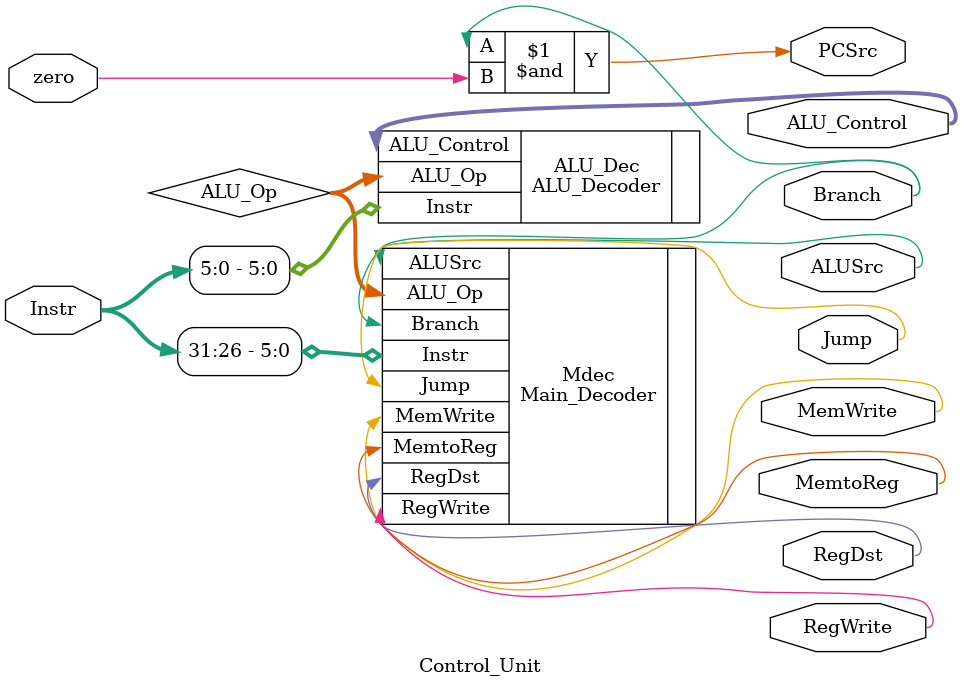
<source format=v>
module Control_Unit (

input    wire   [31:0]    Instr,
input    wire             zero,
output   wire             MemtoReg,MemWrite,Branch,ALUSrc,RegDst,RegWrite,Jump,PCSrc,
output   wire   [2:0]     ALU_Control

);

wire [1:0] ALU_Op;

assign PCSrc=Branch & zero;

Main_Decoder Mdec(

.Instr(Instr[31:26]),
.MemtoReg(MemtoReg),
.Branch(Branch),
.ALUSrc(ALUSrc),
.RegDst(RegDst),
.Jump(Jump),
.MemWrite(MemWrite),
.ALU_Op(ALU_Op),
.RegWrite(RegWrite)
);

ALU_Decoder ALU_Dec(

.Instr(Instr[5:0]),
.ALU_Op(ALU_Op),
.ALU_Control(ALU_Control)

);

endmodule


</source>
